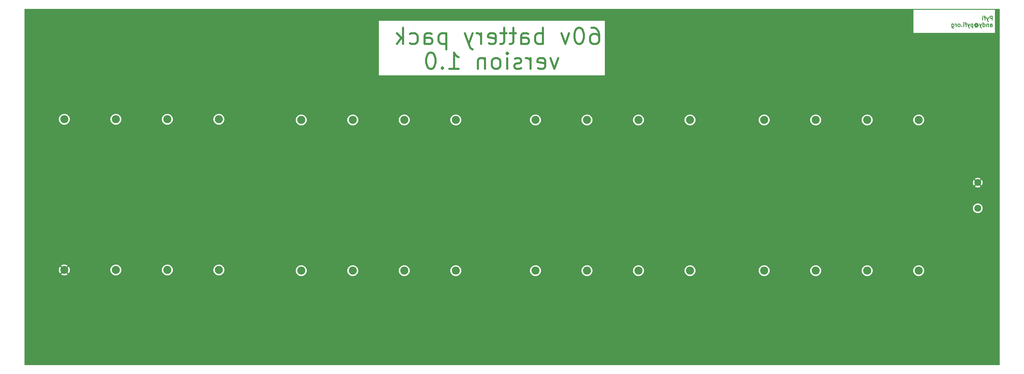
<source format=gbr>
G04 #@! TF.FileFunction,Copper,L2,Bot,Signal*
%FSLAX46Y46*%
G04 Gerber Fmt 4.6, Leading zero omitted, Abs format (unit mm)*
G04 Created by KiCad (PCBNEW 4.0.2-4+6225~38~ubuntu15.10.1-stable) date Thu 31 Mar 2016 04:29:23 PM CDT*
%MOMM*%
G01*
G04 APERTURE LIST*
%ADD10C,0.100000*%
%ADD11C,0.300000*%
%ADD12C,0.800000*%
%ADD13C,3.000000*%
%ADD14C,2.540000*%
%ADD15C,3.810000*%
%ADD16C,0.600000*%
%ADD17C,0.500000*%
%ADD18C,0.254000*%
G04 APERTURE END LIST*
D10*
D11*
X406677857Y-55993571D02*
X406677857Y-54493571D01*
X406106429Y-54493571D01*
X405963571Y-54565000D01*
X405892143Y-54636429D01*
X405820714Y-54779286D01*
X405820714Y-54993571D01*
X405892143Y-55136429D01*
X405963571Y-55207857D01*
X406106429Y-55279286D01*
X406677857Y-55279286D01*
X405320714Y-54993571D02*
X404963571Y-55993571D01*
X404606429Y-54993571D02*
X404963571Y-55993571D01*
X405106429Y-56350714D01*
X405177857Y-56422143D01*
X405320714Y-56493571D01*
X404249286Y-54993571D02*
X403677857Y-54993571D01*
X404035000Y-55993571D02*
X404035000Y-54707857D01*
X403963572Y-54565000D01*
X403820714Y-54493571D01*
X403677857Y-54493571D01*
X403177857Y-55993571D02*
X403177857Y-54993571D01*
X403177857Y-54493571D02*
X403249286Y-54565000D01*
X403177857Y-54636429D01*
X403106429Y-54565000D01*
X403177857Y-54493571D01*
X403177857Y-54636429D01*
X406035000Y-58393571D02*
X406035000Y-57607857D01*
X406106429Y-57465000D01*
X406249286Y-57393571D01*
X406535000Y-57393571D01*
X406677857Y-57465000D01*
X406035000Y-58322143D02*
X406177857Y-58393571D01*
X406535000Y-58393571D01*
X406677857Y-58322143D01*
X406749286Y-58179286D01*
X406749286Y-58036429D01*
X406677857Y-57893571D01*
X406535000Y-57822143D01*
X406177857Y-57822143D01*
X406035000Y-57750714D01*
X405320714Y-57393571D02*
X405320714Y-58393571D01*
X405320714Y-57536429D02*
X405249286Y-57465000D01*
X405106428Y-57393571D01*
X404892143Y-57393571D01*
X404749286Y-57465000D01*
X404677857Y-57607857D01*
X404677857Y-58393571D01*
X403320714Y-58393571D02*
X403320714Y-56893571D01*
X403320714Y-58322143D02*
X403463571Y-58393571D01*
X403749285Y-58393571D01*
X403892143Y-58322143D01*
X403963571Y-58250714D01*
X404035000Y-58107857D01*
X404035000Y-57679286D01*
X403963571Y-57536429D01*
X403892143Y-57465000D01*
X403749285Y-57393571D01*
X403463571Y-57393571D01*
X403320714Y-57465000D01*
X402749285Y-57393571D02*
X402392142Y-58393571D01*
X402035000Y-57393571D02*
X402392142Y-58393571D01*
X402535000Y-58750714D01*
X402606428Y-58822143D01*
X402749285Y-58893571D01*
X400535000Y-57679286D02*
X400606428Y-57607857D01*
X400749285Y-57536429D01*
X400892143Y-57536429D01*
X401035000Y-57607857D01*
X401106428Y-57679286D01*
X401177857Y-57822143D01*
X401177857Y-57965000D01*
X401106428Y-58107857D01*
X401035000Y-58179286D01*
X400892143Y-58250714D01*
X400749285Y-58250714D01*
X400606428Y-58179286D01*
X400535000Y-58107857D01*
X400535000Y-57536429D02*
X400535000Y-58107857D01*
X400463571Y-58179286D01*
X400392143Y-58179286D01*
X400249285Y-58107857D01*
X400177857Y-57965000D01*
X400177857Y-57607857D01*
X400320714Y-57393571D01*
X400535000Y-57250714D01*
X400820714Y-57179286D01*
X401106428Y-57250714D01*
X401320714Y-57393571D01*
X401463571Y-57607857D01*
X401535000Y-57893571D01*
X401463571Y-58179286D01*
X401320714Y-58393571D01*
X401106428Y-58536429D01*
X400820714Y-58607857D01*
X400535000Y-58536429D01*
X400320714Y-58393571D01*
X399535000Y-57393571D02*
X399535000Y-58893571D01*
X399535000Y-57465000D02*
X399392143Y-57393571D01*
X399106429Y-57393571D01*
X398963572Y-57465000D01*
X398892143Y-57536429D01*
X398820714Y-57679286D01*
X398820714Y-58107857D01*
X398892143Y-58250714D01*
X398963572Y-58322143D01*
X399106429Y-58393571D01*
X399392143Y-58393571D01*
X399535000Y-58322143D01*
X398320714Y-57393571D02*
X397963571Y-58393571D01*
X397606429Y-57393571D02*
X397963571Y-58393571D01*
X398106429Y-58750714D01*
X398177857Y-58822143D01*
X398320714Y-58893571D01*
X397249286Y-57393571D02*
X396677857Y-57393571D01*
X397035000Y-58393571D02*
X397035000Y-57107857D01*
X396963572Y-56965000D01*
X396820714Y-56893571D01*
X396677857Y-56893571D01*
X396177857Y-58393571D02*
X396177857Y-57393571D01*
X396177857Y-56893571D02*
X396249286Y-56965000D01*
X396177857Y-57036429D01*
X396106429Y-56965000D01*
X396177857Y-56893571D01*
X396177857Y-57036429D01*
X395463571Y-58250714D02*
X395392143Y-58322143D01*
X395463571Y-58393571D01*
X395535000Y-58322143D01*
X395463571Y-58250714D01*
X395463571Y-58393571D01*
X394534999Y-58393571D02*
X394677857Y-58322143D01*
X394749285Y-58250714D01*
X394820714Y-58107857D01*
X394820714Y-57679286D01*
X394749285Y-57536429D01*
X394677857Y-57465000D01*
X394534999Y-57393571D01*
X394320714Y-57393571D01*
X394177857Y-57465000D01*
X394106428Y-57536429D01*
X394034999Y-57679286D01*
X394034999Y-58107857D01*
X394106428Y-58250714D01*
X394177857Y-58322143D01*
X394320714Y-58393571D01*
X394534999Y-58393571D01*
X393392142Y-58393571D02*
X393392142Y-57393571D01*
X393392142Y-57679286D02*
X393320714Y-57536429D01*
X393249285Y-57465000D01*
X393106428Y-57393571D01*
X392963571Y-57393571D01*
X391820714Y-57393571D02*
X391820714Y-58607857D01*
X391892143Y-58750714D01*
X391963571Y-58822143D01*
X392106428Y-58893571D01*
X392320714Y-58893571D01*
X392463571Y-58822143D01*
X391820714Y-58322143D02*
X391963571Y-58393571D01*
X392249285Y-58393571D01*
X392392143Y-58322143D01*
X392463571Y-58250714D01*
X392535000Y-58107857D01*
X392535000Y-57679286D01*
X392463571Y-57536429D01*
X392392143Y-57465000D01*
X392249285Y-57393571D01*
X391963571Y-57393571D01*
X391820714Y-57465000D01*
D12*
X258472143Y-58789286D02*
X259615000Y-58789286D01*
X260186429Y-59075000D01*
X260472143Y-59360714D01*
X261043572Y-60217857D01*
X261329286Y-61360714D01*
X261329286Y-63646429D01*
X261043572Y-64217857D01*
X260757857Y-64503571D01*
X260186429Y-64789286D01*
X259043572Y-64789286D01*
X258472143Y-64503571D01*
X258186429Y-64217857D01*
X257900714Y-63646429D01*
X257900714Y-62217857D01*
X258186429Y-61646429D01*
X258472143Y-61360714D01*
X259043572Y-61075000D01*
X260186429Y-61075000D01*
X260757857Y-61360714D01*
X261043572Y-61646429D01*
X261329286Y-62217857D01*
X254186428Y-58789286D02*
X253615000Y-58789286D01*
X253043571Y-59075000D01*
X252757857Y-59360714D01*
X252472143Y-59932143D01*
X252186428Y-61075000D01*
X252186428Y-62503571D01*
X252472143Y-63646429D01*
X252757857Y-64217857D01*
X253043571Y-64503571D01*
X253615000Y-64789286D01*
X254186428Y-64789286D01*
X254757857Y-64503571D01*
X255043571Y-64217857D01*
X255329286Y-63646429D01*
X255615000Y-62503571D01*
X255615000Y-61075000D01*
X255329286Y-59932143D01*
X255043571Y-59360714D01*
X254757857Y-59075000D01*
X254186428Y-58789286D01*
X250186428Y-60789286D02*
X248757857Y-64789286D01*
X247329285Y-60789286D01*
X240472142Y-64789286D02*
X240472142Y-58789286D01*
X240472142Y-61075000D02*
X239900713Y-60789286D01*
X238757856Y-60789286D01*
X238186427Y-61075000D01*
X237900713Y-61360714D01*
X237614999Y-61932143D01*
X237614999Y-63646429D01*
X237900713Y-64217857D01*
X238186427Y-64503571D01*
X238757856Y-64789286D01*
X239900713Y-64789286D01*
X240472142Y-64503571D01*
X232472142Y-64789286D02*
X232472142Y-61646429D01*
X232757856Y-61075000D01*
X233329285Y-60789286D01*
X234472142Y-60789286D01*
X235043571Y-61075000D01*
X232472142Y-64503571D02*
X233043571Y-64789286D01*
X234472142Y-64789286D01*
X235043571Y-64503571D01*
X235329285Y-63932143D01*
X235329285Y-63360714D01*
X235043571Y-62789286D01*
X234472142Y-62503571D01*
X233043571Y-62503571D01*
X232472142Y-62217857D01*
X230472142Y-60789286D02*
X228186428Y-60789286D01*
X229615000Y-58789286D02*
X229615000Y-63932143D01*
X229329285Y-64503571D01*
X228757857Y-64789286D01*
X228186428Y-64789286D01*
X227043571Y-60789286D02*
X224757857Y-60789286D01*
X226186429Y-58789286D02*
X226186429Y-63932143D01*
X225900714Y-64503571D01*
X225329286Y-64789286D01*
X224757857Y-64789286D01*
X220472143Y-64503571D02*
X221043572Y-64789286D01*
X222186429Y-64789286D01*
X222757858Y-64503571D01*
X223043572Y-63932143D01*
X223043572Y-61646429D01*
X222757858Y-61075000D01*
X222186429Y-60789286D01*
X221043572Y-60789286D01*
X220472143Y-61075000D01*
X220186429Y-61646429D01*
X220186429Y-62217857D01*
X223043572Y-62789286D01*
X217615001Y-64789286D02*
X217615001Y-60789286D01*
X217615001Y-61932143D02*
X217329286Y-61360714D01*
X217043572Y-61075000D01*
X216472143Y-60789286D01*
X215900715Y-60789286D01*
X214472143Y-60789286D02*
X213043572Y-64789286D01*
X211615000Y-60789286D02*
X213043572Y-64789286D01*
X213615000Y-66217857D01*
X213900715Y-66503571D01*
X214472143Y-66789286D01*
X204757857Y-60789286D02*
X204757857Y-66789286D01*
X204757857Y-61075000D02*
X204186428Y-60789286D01*
X203043571Y-60789286D01*
X202472142Y-61075000D01*
X202186428Y-61360714D01*
X201900714Y-61932143D01*
X201900714Y-63646429D01*
X202186428Y-64217857D01*
X202472142Y-64503571D01*
X203043571Y-64789286D01*
X204186428Y-64789286D01*
X204757857Y-64503571D01*
X196757857Y-64789286D02*
X196757857Y-61646429D01*
X197043571Y-61075000D01*
X197615000Y-60789286D01*
X198757857Y-60789286D01*
X199329286Y-61075000D01*
X196757857Y-64503571D02*
X197329286Y-64789286D01*
X198757857Y-64789286D01*
X199329286Y-64503571D01*
X199615000Y-63932143D01*
X199615000Y-63360714D01*
X199329286Y-62789286D01*
X198757857Y-62503571D01*
X197329286Y-62503571D01*
X196757857Y-62217857D01*
X191329286Y-64503571D02*
X191900715Y-64789286D01*
X193043572Y-64789286D01*
X193615000Y-64503571D01*
X193900715Y-64217857D01*
X194186429Y-63646429D01*
X194186429Y-61932143D01*
X193900715Y-61360714D01*
X193615000Y-61075000D01*
X193043572Y-60789286D01*
X191900715Y-60789286D01*
X191329286Y-61075000D01*
X188757858Y-64789286D02*
X188757858Y-58789286D01*
X188186429Y-62503571D02*
X186472143Y-64789286D01*
X186472143Y-60789286D02*
X188757858Y-63075000D01*
X246186429Y-69989286D02*
X244757858Y-73989286D01*
X243329286Y-69989286D01*
X238757857Y-73703571D02*
X239329286Y-73989286D01*
X240472143Y-73989286D01*
X241043572Y-73703571D01*
X241329286Y-73132143D01*
X241329286Y-70846429D01*
X241043572Y-70275000D01*
X240472143Y-69989286D01*
X239329286Y-69989286D01*
X238757857Y-70275000D01*
X238472143Y-70846429D01*
X238472143Y-71417857D01*
X241329286Y-71989286D01*
X235900715Y-73989286D02*
X235900715Y-69989286D01*
X235900715Y-71132143D02*
X235615000Y-70560714D01*
X235329286Y-70275000D01*
X234757857Y-69989286D01*
X234186429Y-69989286D01*
X232472143Y-73703571D02*
X231900714Y-73989286D01*
X230757857Y-73989286D01*
X230186429Y-73703571D01*
X229900714Y-73132143D01*
X229900714Y-72846429D01*
X230186429Y-72275000D01*
X230757857Y-71989286D01*
X231615000Y-71989286D01*
X232186429Y-71703571D01*
X232472143Y-71132143D01*
X232472143Y-70846429D01*
X232186429Y-70275000D01*
X231615000Y-69989286D01*
X230757857Y-69989286D01*
X230186429Y-70275000D01*
X227329286Y-73989286D02*
X227329286Y-69989286D01*
X227329286Y-67989286D02*
X227615000Y-68275000D01*
X227329286Y-68560714D01*
X227043571Y-68275000D01*
X227329286Y-67989286D01*
X227329286Y-68560714D01*
X223615000Y-73989286D02*
X224186428Y-73703571D01*
X224472143Y-73417857D01*
X224757857Y-72846429D01*
X224757857Y-71132143D01*
X224472143Y-70560714D01*
X224186428Y-70275000D01*
X223615000Y-69989286D01*
X222757857Y-69989286D01*
X222186428Y-70275000D01*
X221900714Y-70560714D01*
X221615000Y-71132143D01*
X221615000Y-72846429D01*
X221900714Y-73417857D01*
X222186428Y-73703571D01*
X222757857Y-73989286D01*
X223615000Y-73989286D01*
X219043572Y-69989286D02*
X219043572Y-73989286D01*
X219043572Y-70560714D02*
X218757857Y-70275000D01*
X218186429Y-69989286D01*
X217329286Y-69989286D01*
X216757857Y-70275000D01*
X216472143Y-70846429D01*
X216472143Y-73989286D01*
X205900714Y-73989286D02*
X209329286Y-73989286D01*
X207615000Y-73989286D02*
X207615000Y-67989286D01*
X208186429Y-68846429D01*
X208757857Y-69417857D01*
X209329286Y-69703571D01*
X203329286Y-73417857D02*
X203043571Y-73703571D01*
X203329286Y-73989286D01*
X203615000Y-73703571D01*
X203329286Y-73417857D01*
X203329286Y-73989286D01*
X199329285Y-67989286D02*
X198757857Y-67989286D01*
X198186428Y-68275000D01*
X197900714Y-68560714D01*
X197615000Y-69132143D01*
X197329285Y-70275000D01*
X197329285Y-71703571D01*
X197615000Y-72846429D01*
X197900714Y-73417857D01*
X198186428Y-73703571D01*
X198757857Y-73989286D01*
X199329285Y-73989286D01*
X199900714Y-73703571D01*
X200186428Y-73417857D01*
X200472143Y-72846429D01*
X200757857Y-71703571D01*
X200757857Y-70275000D01*
X200472143Y-69132143D01*
X200186428Y-68560714D01*
X199900714Y-68275000D01*
X199329285Y-67989286D01*
D13*
X120650000Y-148590000D03*
X101600000Y-148590000D03*
X82550000Y-148590000D03*
X63500000Y-148590000D03*
X63500000Y-92710000D03*
X82550000Y-92710000D03*
X101600000Y-92710000D03*
X120650000Y-92710000D03*
X208280000Y-148844000D03*
X189230000Y-148844000D03*
X170180000Y-148844000D03*
X151130000Y-148844000D03*
X151130000Y-92964000D03*
X170180000Y-92964000D03*
X189230000Y-92964000D03*
X208280000Y-92964000D03*
X379476000Y-148844000D03*
X360426000Y-148844000D03*
X341376000Y-148844000D03*
X322326000Y-148844000D03*
X322326000Y-92964000D03*
X341376000Y-92964000D03*
X360426000Y-92964000D03*
X379476000Y-92964000D03*
X294894000Y-148844000D03*
X275844000Y-148844000D03*
X256794000Y-148844000D03*
X237744000Y-148844000D03*
X237744000Y-92964000D03*
X256794000Y-92964000D03*
X275844000Y-92964000D03*
X294894000Y-92964000D03*
D14*
X401320000Y-116205000D03*
X401320000Y-125730000D03*
D15*
X400030000Y-150541800D03*
X400030000Y-145461800D03*
X400030000Y-141220000D03*
X400030000Y-136140000D03*
D16*
X63600000Y-68100000D03*
X61000000Y-67000000D03*
D17*
X379476000Y-93091000D02*
X379476000Y-92964000D01*
D18*
G36*
X409321000Y-183769000D02*
X48895000Y-183769000D01*
X48895000Y-150103970D01*
X62165635Y-150103970D01*
X62325418Y-150422739D01*
X63116187Y-150732723D01*
X63965387Y-150716497D01*
X64674582Y-150422739D01*
X64834365Y-150103970D01*
X63500000Y-148769605D01*
X62165635Y-150103970D01*
X48895000Y-150103970D01*
X48895000Y-148206187D01*
X61357277Y-148206187D01*
X61373503Y-149055387D01*
X61667261Y-149764582D01*
X61986030Y-149924365D01*
X63320395Y-148590000D01*
X63679605Y-148590000D01*
X65013970Y-149924365D01*
X65332739Y-149764582D01*
X65627434Y-149012815D01*
X80414630Y-149012815D01*
X80738980Y-149797800D01*
X81339041Y-150398909D01*
X82123459Y-150724628D01*
X82972815Y-150725370D01*
X83757800Y-150401020D01*
X84358909Y-149800959D01*
X84684628Y-149016541D01*
X84684631Y-149012815D01*
X99464630Y-149012815D01*
X99788980Y-149797800D01*
X100389041Y-150398909D01*
X101173459Y-150724628D01*
X102022815Y-150725370D01*
X102807800Y-150401020D01*
X103408909Y-149800959D01*
X103734628Y-149016541D01*
X103734631Y-149012815D01*
X118514630Y-149012815D01*
X118838980Y-149797800D01*
X119439041Y-150398909D01*
X120223459Y-150724628D01*
X121072815Y-150725370D01*
X121857800Y-150401020D01*
X122458909Y-149800959D01*
X122680705Y-149266815D01*
X148994630Y-149266815D01*
X149318980Y-150051800D01*
X149919041Y-150652909D01*
X150703459Y-150978628D01*
X151552815Y-150979370D01*
X152337800Y-150655020D01*
X152938909Y-150054959D01*
X153264628Y-149270541D01*
X153264631Y-149266815D01*
X168044630Y-149266815D01*
X168368980Y-150051800D01*
X168969041Y-150652909D01*
X169753459Y-150978628D01*
X170602815Y-150979370D01*
X171387800Y-150655020D01*
X171988909Y-150054959D01*
X172314628Y-149270541D01*
X172314631Y-149266815D01*
X187094630Y-149266815D01*
X187418980Y-150051800D01*
X188019041Y-150652909D01*
X188803459Y-150978628D01*
X189652815Y-150979370D01*
X190437800Y-150655020D01*
X191038909Y-150054959D01*
X191364628Y-149270541D01*
X191364631Y-149266815D01*
X206144630Y-149266815D01*
X206468980Y-150051800D01*
X207069041Y-150652909D01*
X207853459Y-150978628D01*
X208702815Y-150979370D01*
X209487800Y-150655020D01*
X210088909Y-150054959D01*
X210414628Y-149270541D01*
X210414631Y-149266815D01*
X235608630Y-149266815D01*
X235932980Y-150051800D01*
X236533041Y-150652909D01*
X237317459Y-150978628D01*
X238166815Y-150979370D01*
X238951800Y-150655020D01*
X239552909Y-150054959D01*
X239878628Y-149270541D01*
X239878631Y-149266815D01*
X254658630Y-149266815D01*
X254982980Y-150051800D01*
X255583041Y-150652909D01*
X256367459Y-150978628D01*
X257216815Y-150979370D01*
X258001800Y-150655020D01*
X258602909Y-150054959D01*
X258928628Y-149270541D01*
X258928631Y-149266815D01*
X273708630Y-149266815D01*
X274032980Y-150051800D01*
X274633041Y-150652909D01*
X275417459Y-150978628D01*
X276266815Y-150979370D01*
X277051800Y-150655020D01*
X277652909Y-150054959D01*
X277978628Y-149270541D01*
X277978631Y-149266815D01*
X292758630Y-149266815D01*
X293082980Y-150051800D01*
X293683041Y-150652909D01*
X294467459Y-150978628D01*
X295316815Y-150979370D01*
X296101800Y-150655020D01*
X296702909Y-150054959D01*
X297028628Y-149270541D01*
X297028631Y-149266815D01*
X320190630Y-149266815D01*
X320514980Y-150051800D01*
X321115041Y-150652909D01*
X321899459Y-150978628D01*
X322748815Y-150979370D01*
X323533800Y-150655020D01*
X324134909Y-150054959D01*
X324460628Y-149270541D01*
X324460631Y-149266815D01*
X339240630Y-149266815D01*
X339564980Y-150051800D01*
X340165041Y-150652909D01*
X340949459Y-150978628D01*
X341798815Y-150979370D01*
X342583800Y-150655020D01*
X343184909Y-150054959D01*
X343510628Y-149270541D01*
X343510631Y-149266815D01*
X358290630Y-149266815D01*
X358614980Y-150051800D01*
X359215041Y-150652909D01*
X359999459Y-150978628D01*
X360848815Y-150979370D01*
X361633800Y-150655020D01*
X362234909Y-150054959D01*
X362560628Y-149270541D01*
X362560631Y-149266815D01*
X377340630Y-149266815D01*
X377664980Y-150051800D01*
X378265041Y-150652909D01*
X379049459Y-150978628D01*
X379898815Y-150979370D01*
X380683800Y-150655020D01*
X381284909Y-150054959D01*
X381610628Y-149270541D01*
X381611370Y-148421185D01*
X381287020Y-147636200D01*
X380686959Y-147035091D01*
X379902541Y-146709372D01*
X379053185Y-146708630D01*
X378268200Y-147032980D01*
X377667091Y-147633041D01*
X377341372Y-148417459D01*
X377340630Y-149266815D01*
X362560631Y-149266815D01*
X362561370Y-148421185D01*
X362237020Y-147636200D01*
X361636959Y-147035091D01*
X360852541Y-146709372D01*
X360003185Y-146708630D01*
X359218200Y-147032980D01*
X358617091Y-147633041D01*
X358291372Y-148417459D01*
X358290630Y-149266815D01*
X343510631Y-149266815D01*
X343511370Y-148421185D01*
X343187020Y-147636200D01*
X342586959Y-147035091D01*
X341802541Y-146709372D01*
X340953185Y-146708630D01*
X340168200Y-147032980D01*
X339567091Y-147633041D01*
X339241372Y-148417459D01*
X339240630Y-149266815D01*
X324460631Y-149266815D01*
X324461370Y-148421185D01*
X324137020Y-147636200D01*
X323536959Y-147035091D01*
X322752541Y-146709372D01*
X321903185Y-146708630D01*
X321118200Y-147032980D01*
X320517091Y-147633041D01*
X320191372Y-148417459D01*
X320190630Y-149266815D01*
X297028631Y-149266815D01*
X297029370Y-148421185D01*
X296705020Y-147636200D01*
X296104959Y-147035091D01*
X295320541Y-146709372D01*
X294471185Y-146708630D01*
X293686200Y-147032980D01*
X293085091Y-147633041D01*
X292759372Y-148417459D01*
X292758630Y-149266815D01*
X277978631Y-149266815D01*
X277979370Y-148421185D01*
X277655020Y-147636200D01*
X277054959Y-147035091D01*
X276270541Y-146709372D01*
X275421185Y-146708630D01*
X274636200Y-147032980D01*
X274035091Y-147633041D01*
X273709372Y-148417459D01*
X273708630Y-149266815D01*
X258928631Y-149266815D01*
X258929370Y-148421185D01*
X258605020Y-147636200D01*
X258004959Y-147035091D01*
X257220541Y-146709372D01*
X256371185Y-146708630D01*
X255586200Y-147032980D01*
X254985091Y-147633041D01*
X254659372Y-148417459D01*
X254658630Y-149266815D01*
X239878631Y-149266815D01*
X239879370Y-148421185D01*
X239555020Y-147636200D01*
X238954959Y-147035091D01*
X238170541Y-146709372D01*
X237321185Y-146708630D01*
X236536200Y-147032980D01*
X235935091Y-147633041D01*
X235609372Y-148417459D01*
X235608630Y-149266815D01*
X210414631Y-149266815D01*
X210415370Y-148421185D01*
X210091020Y-147636200D01*
X209490959Y-147035091D01*
X208706541Y-146709372D01*
X207857185Y-146708630D01*
X207072200Y-147032980D01*
X206471091Y-147633041D01*
X206145372Y-148417459D01*
X206144630Y-149266815D01*
X191364631Y-149266815D01*
X191365370Y-148421185D01*
X191041020Y-147636200D01*
X190440959Y-147035091D01*
X189656541Y-146709372D01*
X188807185Y-146708630D01*
X188022200Y-147032980D01*
X187421091Y-147633041D01*
X187095372Y-148417459D01*
X187094630Y-149266815D01*
X172314631Y-149266815D01*
X172315370Y-148421185D01*
X171991020Y-147636200D01*
X171390959Y-147035091D01*
X170606541Y-146709372D01*
X169757185Y-146708630D01*
X168972200Y-147032980D01*
X168371091Y-147633041D01*
X168045372Y-148417459D01*
X168044630Y-149266815D01*
X153264631Y-149266815D01*
X153265370Y-148421185D01*
X152941020Y-147636200D01*
X152340959Y-147035091D01*
X151556541Y-146709372D01*
X150707185Y-146708630D01*
X149922200Y-147032980D01*
X149321091Y-147633041D01*
X148995372Y-148417459D01*
X148994630Y-149266815D01*
X122680705Y-149266815D01*
X122784628Y-149016541D01*
X122785370Y-148167185D01*
X122461020Y-147382200D01*
X121860959Y-146781091D01*
X121076541Y-146455372D01*
X120227185Y-146454630D01*
X119442200Y-146778980D01*
X118841091Y-147379041D01*
X118515372Y-148163459D01*
X118514630Y-149012815D01*
X103734631Y-149012815D01*
X103735370Y-148167185D01*
X103411020Y-147382200D01*
X102810959Y-146781091D01*
X102026541Y-146455372D01*
X101177185Y-146454630D01*
X100392200Y-146778980D01*
X99791091Y-147379041D01*
X99465372Y-148163459D01*
X99464630Y-149012815D01*
X84684631Y-149012815D01*
X84685370Y-148167185D01*
X84361020Y-147382200D01*
X83760959Y-146781091D01*
X82976541Y-146455372D01*
X82127185Y-146454630D01*
X81342200Y-146778980D01*
X80741091Y-147379041D01*
X80415372Y-148163459D01*
X80414630Y-149012815D01*
X65627434Y-149012815D01*
X65642723Y-148973813D01*
X65626497Y-148124613D01*
X65332739Y-147415418D01*
X65013970Y-147255635D01*
X63679605Y-148590000D01*
X63320395Y-148590000D01*
X61986030Y-147255635D01*
X61667261Y-147415418D01*
X61357277Y-148206187D01*
X48895000Y-148206187D01*
X48895000Y-147076030D01*
X62165635Y-147076030D01*
X63500000Y-148410395D01*
X64834365Y-147076030D01*
X64674582Y-146757261D01*
X63883813Y-146447277D01*
X63034613Y-146463503D01*
X62325418Y-146757261D01*
X62165635Y-147076030D01*
X48895000Y-147076030D01*
X48895000Y-126107265D01*
X399414670Y-126107265D01*
X399704078Y-126807686D01*
X400239495Y-127344039D01*
X400939410Y-127634668D01*
X401697265Y-127635330D01*
X402397686Y-127345922D01*
X402934039Y-126810505D01*
X403224668Y-126110590D01*
X403225330Y-125352735D01*
X402935922Y-124652314D01*
X402400505Y-124115961D01*
X401700590Y-123825332D01*
X400942735Y-123824670D01*
X400242314Y-124114078D01*
X399705961Y-124649495D01*
X399415332Y-125349410D01*
X399414670Y-126107265D01*
X48895000Y-126107265D01*
X48895000Y-117552777D01*
X400151828Y-117552777D01*
X400283520Y-117847657D01*
X400991036Y-118119261D01*
X401748632Y-118099436D01*
X402356480Y-117847657D01*
X402488172Y-117552777D01*
X401320000Y-116384605D01*
X400151828Y-117552777D01*
X48895000Y-117552777D01*
X48895000Y-115876036D01*
X399405739Y-115876036D01*
X399425564Y-116633632D01*
X399677343Y-117241480D01*
X399972223Y-117373172D01*
X401140395Y-116205000D01*
X401499605Y-116205000D01*
X402667777Y-117373172D01*
X402962657Y-117241480D01*
X403234261Y-116533964D01*
X403214436Y-115776368D01*
X402962657Y-115168520D01*
X402667777Y-115036828D01*
X401499605Y-116205000D01*
X401140395Y-116205000D01*
X399972223Y-115036828D01*
X399677343Y-115168520D01*
X399405739Y-115876036D01*
X48895000Y-115876036D01*
X48895000Y-114857223D01*
X400151828Y-114857223D01*
X401320000Y-116025395D01*
X402488172Y-114857223D01*
X402356480Y-114562343D01*
X401648964Y-114290739D01*
X400891368Y-114310564D01*
X400283520Y-114562343D01*
X400151828Y-114857223D01*
X48895000Y-114857223D01*
X48895000Y-93132815D01*
X61364630Y-93132815D01*
X61688980Y-93917800D01*
X62289041Y-94518909D01*
X63073459Y-94844628D01*
X63922815Y-94845370D01*
X64707800Y-94521020D01*
X65308909Y-93920959D01*
X65634628Y-93136541D01*
X65634631Y-93132815D01*
X80414630Y-93132815D01*
X80738980Y-93917800D01*
X81339041Y-94518909D01*
X82123459Y-94844628D01*
X82972815Y-94845370D01*
X83757800Y-94521020D01*
X84358909Y-93920959D01*
X84684628Y-93136541D01*
X84684631Y-93132815D01*
X99464630Y-93132815D01*
X99788980Y-93917800D01*
X100389041Y-94518909D01*
X101173459Y-94844628D01*
X102022815Y-94845370D01*
X102807800Y-94521020D01*
X103408909Y-93920959D01*
X103734628Y-93136541D01*
X103734631Y-93132815D01*
X118514630Y-93132815D01*
X118838980Y-93917800D01*
X119439041Y-94518909D01*
X120223459Y-94844628D01*
X121072815Y-94845370D01*
X121857800Y-94521020D01*
X122458909Y-93920959D01*
X122680705Y-93386815D01*
X148994630Y-93386815D01*
X149318980Y-94171800D01*
X149919041Y-94772909D01*
X150703459Y-95098628D01*
X151552815Y-95099370D01*
X152337800Y-94775020D01*
X152938909Y-94174959D01*
X153264628Y-93390541D01*
X153264631Y-93386815D01*
X168044630Y-93386815D01*
X168368980Y-94171800D01*
X168969041Y-94772909D01*
X169753459Y-95098628D01*
X170602815Y-95099370D01*
X171387800Y-94775020D01*
X171988909Y-94174959D01*
X172314628Y-93390541D01*
X172314631Y-93386815D01*
X187094630Y-93386815D01*
X187418980Y-94171800D01*
X188019041Y-94772909D01*
X188803459Y-95098628D01*
X189652815Y-95099370D01*
X190437800Y-94775020D01*
X191038909Y-94174959D01*
X191364628Y-93390541D01*
X191364631Y-93386815D01*
X206144630Y-93386815D01*
X206468980Y-94171800D01*
X207069041Y-94772909D01*
X207853459Y-95098628D01*
X208702815Y-95099370D01*
X209487800Y-94775020D01*
X210088909Y-94174959D01*
X210414628Y-93390541D01*
X210414631Y-93386815D01*
X235608630Y-93386815D01*
X235932980Y-94171800D01*
X236533041Y-94772909D01*
X237317459Y-95098628D01*
X238166815Y-95099370D01*
X238951800Y-94775020D01*
X239552909Y-94174959D01*
X239878628Y-93390541D01*
X239878631Y-93386815D01*
X254658630Y-93386815D01*
X254982980Y-94171800D01*
X255583041Y-94772909D01*
X256367459Y-95098628D01*
X257216815Y-95099370D01*
X258001800Y-94775020D01*
X258602909Y-94174959D01*
X258928628Y-93390541D01*
X258928631Y-93386815D01*
X273708630Y-93386815D01*
X274032980Y-94171800D01*
X274633041Y-94772909D01*
X275417459Y-95098628D01*
X276266815Y-95099370D01*
X277051800Y-94775020D01*
X277652909Y-94174959D01*
X277978628Y-93390541D01*
X277978631Y-93386815D01*
X292758630Y-93386815D01*
X293082980Y-94171800D01*
X293683041Y-94772909D01*
X294467459Y-95098628D01*
X295316815Y-95099370D01*
X296101800Y-94775020D01*
X296702909Y-94174959D01*
X297028628Y-93390541D01*
X297028631Y-93386815D01*
X320190630Y-93386815D01*
X320514980Y-94171800D01*
X321115041Y-94772909D01*
X321899459Y-95098628D01*
X322748815Y-95099370D01*
X323533800Y-94775020D01*
X324134909Y-94174959D01*
X324460628Y-93390541D01*
X324460631Y-93386815D01*
X339240630Y-93386815D01*
X339564980Y-94171800D01*
X340165041Y-94772909D01*
X340949459Y-95098628D01*
X341798815Y-95099370D01*
X342583800Y-94775020D01*
X343184909Y-94174959D01*
X343510628Y-93390541D01*
X343510631Y-93386815D01*
X358290630Y-93386815D01*
X358614980Y-94171800D01*
X359215041Y-94772909D01*
X359999459Y-95098628D01*
X360848815Y-95099370D01*
X361633800Y-94775020D01*
X362234909Y-94174959D01*
X362560628Y-93390541D01*
X362560631Y-93386815D01*
X377340630Y-93386815D01*
X377664980Y-94171800D01*
X378265041Y-94772909D01*
X379049459Y-95098628D01*
X379898815Y-95099370D01*
X380683800Y-94775020D01*
X381284909Y-94174959D01*
X381610628Y-93390541D01*
X381611370Y-92541185D01*
X381287020Y-91756200D01*
X380686959Y-91155091D01*
X379902541Y-90829372D01*
X379053185Y-90828630D01*
X378268200Y-91152980D01*
X377667091Y-91753041D01*
X377341372Y-92537459D01*
X377340630Y-93386815D01*
X362560631Y-93386815D01*
X362561370Y-92541185D01*
X362237020Y-91756200D01*
X361636959Y-91155091D01*
X360852541Y-90829372D01*
X360003185Y-90828630D01*
X359218200Y-91152980D01*
X358617091Y-91753041D01*
X358291372Y-92537459D01*
X358290630Y-93386815D01*
X343510631Y-93386815D01*
X343511370Y-92541185D01*
X343187020Y-91756200D01*
X342586959Y-91155091D01*
X341802541Y-90829372D01*
X340953185Y-90828630D01*
X340168200Y-91152980D01*
X339567091Y-91753041D01*
X339241372Y-92537459D01*
X339240630Y-93386815D01*
X324460631Y-93386815D01*
X324461370Y-92541185D01*
X324137020Y-91756200D01*
X323536959Y-91155091D01*
X322752541Y-90829372D01*
X321903185Y-90828630D01*
X321118200Y-91152980D01*
X320517091Y-91753041D01*
X320191372Y-92537459D01*
X320190630Y-93386815D01*
X297028631Y-93386815D01*
X297029370Y-92541185D01*
X296705020Y-91756200D01*
X296104959Y-91155091D01*
X295320541Y-90829372D01*
X294471185Y-90828630D01*
X293686200Y-91152980D01*
X293085091Y-91753041D01*
X292759372Y-92537459D01*
X292758630Y-93386815D01*
X277978631Y-93386815D01*
X277979370Y-92541185D01*
X277655020Y-91756200D01*
X277054959Y-91155091D01*
X276270541Y-90829372D01*
X275421185Y-90828630D01*
X274636200Y-91152980D01*
X274035091Y-91753041D01*
X273709372Y-92537459D01*
X273708630Y-93386815D01*
X258928631Y-93386815D01*
X258929370Y-92541185D01*
X258605020Y-91756200D01*
X258004959Y-91155091D01*
X257220541Y-90829372D01*
X256371185Y-90828630D01*
X255586200Y-91152980D01*
X254985091Y-91753041D01*
X254659372Y-92537459D01*
X254658630Y-93386815D01*
X239878631Y-93386815D01*
X239879370Y-92541185D01*
X239555020Y-91756200D01*
X238954959Y-91155091D01*
X238170541Y-90829372D01*
X237321185Y-90828630D01*
X236536200Y-91152980D01*
X235935091Y-91753041D01*
X235609372Y-92537459D01*
X235608630Y-93386815D01*
X210414631Y-93386815D01*
X210415370Y-92541185D01*
X210091020Y-91756200D01*
X209490959Y-91155091D01*
X208706541Y-90829372D01*
X207857185Y-90828630D01*
X207072200Y-91152980D01*
X206471091Y-91753041D01*
X206145372Y-92537459D01*
X206144630Y-93386815D01*
X191364631Y-93386815D01*
X191365370Y-92541185D01*
X191041020Y-91756200D01*
X190440959Y-91155091D01*
X189656541Y-90829372D01*
X188807185Y-90828630D01*
X188022200Y-91152980D01*
X187421091Y-91753041D01*
X187095372Y-92537459D01*
X187094630Y-93386815D01*
X172314631Y-93386815D01*
X172315370Y-92541185D01*
X171991020Y-91756200D01*
X171390959Y-91155091D01*
X170606541Y-90829372D01*
X169757185Y-90828630D01*
X168972200Y-91152980D01*
X168371091Y-91753041D01*
X168045372Y-92537459D01*
X168044630Y-93386815D01*
X153264631Y-93386815D01*
X153265370Y-92541185D01*
X152941020Y-91756200D01*
X152340959Y-91155091D01*
X151556541Y-90829372D01*
X150707185Y-90828630D01*
X149922200Y-91152980D01*
X149321091Y-91753041D01*
X148995372Y-92537459D01*
X148994630Y-93386815D01*
X122680705Y-93386815D01*
X122784628Y-93136541D01*
X122785370Y-92287185D01*
X122461020Y-91502200D01*
X121860959Y-90901091D01*
X121076541Y-90575372D01*
X120227185Y-90574630D01*
X119442200Y-90898980D01*
X118841091Y-91499041D01*
X118515372Y-92283459D01*
X118514630Y-93132815D01*
X103734631Y-93132815D01*
X103735370Y-92287185D01*
X103411020Y-91502200D01*
X102810959Y-90901091D01*
X102026541Y-90575372D01*
X101177185Y-90574630D01*
X100392200Y-90898980D01*
X99791091Y-91499041D01*
X99465372Y-92283459D01*
X99464630Y-93132815D01*
X84684631Y-93132815D01*
X84685370Y-92287185D01*
X84361020Y-91502200D01*
X83760959Y-90901091D01*
X82976541Y-90575372D01*
X82127185Y-90574630D01*
X81342200Y-90898980D01*
X80741091Y-91499041D01*
X80415372Y-92283459D01*
X80414630Y-93132815D01*
X65634631Y-93132815D01*
X65635370Y-92287185D01*
X65311020Y-91502200D01*
X64710959Y-90901091D01*
X63926541Y-90575372D01*
X63077185Y-90574630D01*
X62292200Y-90898980D01*
X61691091Y-91499041D01*
X61365372Y-92283459D01*
X61364630Y-93132815D01*
X48895000Y-93132815D01*
X48895000Y-56040000D01*
X179722857Y-56040000D01*
X179722857Y-76510000D01*
X263507143Y-76510000D01*
X263507143Y-56040000D01*
X179722857Y-56040000D01*
X48895000Y-56040000D01*
X48895000Y-51980000D01*
X377392855Y-51980000D01*
X377392855Y-60750000D01*
X407820000Y-60750000D01*
X407820000Y-51980000D01*
X377392855Y-51980000D01*
X48895000Y-51980000D01*
X48895000Y-51943000D01*
X409321000Y-51943000D01*
X409321000Y-183769000D01*
X409321000Y-183769000D01*
G37*
X409321000Y-183769000D02*
X48895000Y-183769000D01*
X48895000Y-150103970D01*
X62165635Y-150103970D01*
X62325418Y-150422739D01*
X63116187Y-150732723D01*
X63965387Y-150716497D01*
X64674582Y-150422739D01*
X64834365Y-150103970D01*
X63500000Y-148769605D01*
X62165635Y-150103970D01*
X48895000Y-150103970D01*
X48895000Y-148206187D01*
X61357277Y-148206187D01*
X61373503Y-149055387D01*
X61667261Y-149764582D01*
X61986030Y-149924365D01*
X63320395Y-148590000D01*
X63679605Y-148590000D01*
X65013970Y-149924365D01*
X65332739Y-149764582D01*
X65627434Y-149012815D01*
X80414630Y-149012815D01*
X80738980Y-149797800D01*
X81339041Y-150398909D01*
X82123459Y-150724628D01*
X82972815Y-150725370D01*
X83757800Y-150401020D01*
X84358909Y-149800959D01*
X84684628Y-149016541D01*
X84684631Y-149012815D01*
X99464630Y-149012815D01*
X99788980Y-149797800D01*
X100389041Y-150398909D01*
X101173459Y-150724628D01*
X102022815Y-150725370D01*
X102807800Y-150401020D01*
X103408909Y-149800959D01*
X103734628Y-149016541D01*
X103734631Y-149012815D01*
X118514630Y-149012815D01*
X118838980Y-149797800D01*
X119439041Y-150398909D01*
X120223459Y-150724628D01*
X121072815Y-150725370D01*
X121857800Y-150401020D01*
X122458909Y-149800959D01*
X122680705Y-149266815D01*
X148994630Y-149266815D01*
X149318980Y-150051800D01*
X149919041Y-150652909D01*
X150703459Y-150978628D01*
X151552815Y-150979370D01*
X152337800Y-150655020D01*
X152938909Y-150054959D01*
X153264628Y-149270541D01*
X153264631Y-149266815D01*
X168044630Y-149266815D01*
X168368980Y-150051800D01*
X168969041Y-150652909D01*
X169753459Y-150978628D01*
X170602815Y-150979370D01*
X171387800Y-150655020D01*
X171988909Y-150054959D01*
X172314628Y-149270541D01*
X172314631Y-149266815D01*
X187094630Y-149266815D01*
X187418980Y-150051800D01*
X188019041Y-150652909D01*
X188803459Y-150978628D01*
X189652815Y-150979370D01*
X190437800Y-150655020D01*
X191038909Y-150054959D01*
X191364628Y-149270541D01*
X191364631Y-149266815D01*
X206144630Y-149266815D01*
X206468980Y-150051800D01*
X207069041Y-150652909D01*
X207853459Y-150978628D01*
X208702815Y-150979370D01*
X209487800Y-150655020D01*
X210088909Y-150054959D01*
X210414628Y-149270541D01*
X210414631Y-149266815D01*
X235608630Y-149266815D01*
X235932980Y-150051800D01*
X236533041Y-150652909D01*
X237317459Y-150978628D01*
X238166815Y-150979370D01*
X238951800Y-150655020D01*
X239552909Y-150054959D01*
X239878628Y-149270541D01*
X239878631Y-149266815D01*
X254658630Y-149266815D01*
X254982980Y-150051800D01*
X255583041Y-150652909D01*
X256367459Y-150978628D01*
X257216815Y-150979370D01*
X258001800Y-150655020D01*
X258602909Y-150054959D01*
X258928628Y-149270541D01*
X258928631Y-149266815D01*
X273708630Y-149266815D01*
X274032980Y-150051800D01*
X274633041Y-150652909D01*
X275417459Y-150978628D01*
X276266815Y-150979370D01*
X277051800Y-150655020D01*
X277652909Y-150054959D01*
X277978628Y-149270541D01*
X277978631Y-149266815D01*
X292758630Y-149266815D01*
X293082980Y-150051800D01*
X293683041Y-150652909D01*
X294467459Y-150978628D01*
X295316815Y-150979370D01*
X296101800Y-150655020D01*
X296702909Y-150054959D01*
X297028628Y-149270541D01*
X297028631Y-149266815D01*
X320190630Y-149266815D01*
X320514980Y-150051800D01*
X321115041Y-150652909D01*
X321899459Y-150978628D01*
X322748815Y-150979370D01*
X323533800Y-150655020D01*
X324134909Y-150054959D01*
X324460628Y-149270541D01*
X324460631Y-149266815D01*
X339240630Y-149266815D01*
X339564980Y-150051800D01*
X340165041Y-150652909D01*
X340949459Y-150978628D01*
X341798815Y-150979370D01*
X342583800Y-150655020D01*
X343184909Y-150054959D01*
X343510628Y-149270541D01*
X343510631Y-149266815D01*
X358290630Y-149266815D01*
X358614980Y-150051800D01*
X359215041Y-150652909D01*
X359999459Y-150978628D01*
X360848815Y-150979370D01*
X361633800Y-150655020D01*
X362234909Y-150054959D01*
X362560628Y-149270541D01*
X362560631Y-149266815D01*
X377340630Y-149266815D01*
X377664980Y-150051800D01*
X378265041Y-150652909D01*
X379049459Y-150978628D01*
X379898815Y-150979370D01*
X380683800Y-150655020D01*
X381284909Y-150054959D01*
X381610628Y-149270541D01*
X381611370Y-148421185D01*
X381287020Y-147636200D01*
X380686959Y-147035091D01*
X379902541Y-146709372D01*
X379053185Y-146708630D01*
X378268200Y-147032980D01*
X377667091Y-147633041D01*
X377341372Y-148417459D01*
X377340630Y-149266815D01*
X362560631Y-149266815D01*
X362561370Y-148421185D01*
X362237020Y-147636200D01*
X361636959Y-147035091D01*
X360852541Y-146709372D01*
X360003185Y-146708630D01*
X359218200Y-147032980D01*
X358617091Y-147633041D01*
X358291372Y-148417459D01*
X358290630Y-149266815D01*
X343510631Y-149266815D01*
X343511370Y-148421185D01*
X343187020Y-147636200D01*
X342586959Y-147035091D01*
X341802541Y-146709372D01*
X340953185Y-146708630D01*
X340168200Y-147032980D01*
X339567091Y-147633041D01*
X339241372Y-148417459D01*
X339240630Y-149266815D01*
X324460631Y-149266815D01*
X324461370Y-148421185D01*
X324137020Y-147636200D01*
X323536959Y-147035091D01*
X322752541Y-146709372D01*
X321903185Y-146708630D01*
X321118200Y-147032980D01*
X320517091Y-147633041D01*
X320191372Y-148417459D01*
X320190630Y-149266815D01*
X297028631Y-149266815D01*
X297029370Y-148421185D01*
X296705020Y-147636200D01*
X296104959Y-147035091D01*
X295320541Y-146709372D01*
X294471185Y-146708630D01*
X293686200Y-147032980D01*
X293085091Y-147633041D01*
X292759372Y-148417459D01*
X292758630Y-149266815D01*
X277978631Y-149266815D01*
X277979370Y-148421185D01*
X277655020Y-147636200D01*
X277054959Y-147035091D01*
X276270541Y-146709372D01*
X275421185Y-146708630D01*
X274636200Y-147032980D01*
X274035091Y-147633041D01*
X273709372Y-148417459D01*
X273708630Y-149266815D01*
X258928631Y-149266815D01*
X258929370Y-148421185D01*
X258605020Y-147636200D01*
X258004959Y-147035091D01*
X257220541Y-146709372D01*
X256371185Y-146708630D01*
X255586200Y-147032980D01*
X254985091Y-147633041D01*
X254659372Y-148417459D01*
X254658630Y-149266815D01*
X239878631Y-149266815D01*
X239879370Y-148421185D01*
X239555020Y-147636200D01*
X238954959Y-147035091D01*
X238170541Y-146709372D01*
X237321185Y-146708630D01*
X236536200Y-147032980D01*
X235935091Y-147633041D01*
X235609372Y-148417459D01*
X235608630Y-149266815D01*
X210414631Y-149266815D01*
X210415370Y-148421185D01*
X210091020Y-147636200D01*
X209490959Y-147035091D01*
X208706541Y-146709372D01*
X207857185Y-146708630D01*
X207072200Y-147032980D01*
X206471091Y-147633041D01*
X206145372Y-148417459D01*
X206144630Y-149266815D01*
X191364631Y-149266815D01*
X191365370Y-148421185D01*
X191041020Y-147636200D01*
X190440959Y-147035091D01*
X189656541Y-146709372D01*
X188807185Y-146708630D01*
X188022200Y-147032980D01*
X187421091Y-147633041D01*
X187095372Y-148417459D01*
X187094630Y-149266815D01*
X172314631Y-149266815D01*
X172315370Y-148421185D01*
X171991020Y-147636200D01*
X171390959Y-147035091D01*
X170606541Y-146709372D01*
X169757185Y-146708630D01*
X168972200Y-147032980D01*
X168371091Y-147633041D01*
X168045372Y-148417459D01*
X168044630Y-149266815D01*
X153264631Y-149266815D01*
X153265370Y-148421185D01*
X152941020Y-147636200D01*
X152340959Y-147035091D01*
X151556541Y-146709372D01*
X150707185Y-146708630D01*
X149922200Y-147032980D01*
X149321091Y-147633041D01*
X148995372Y-148417459D01*
X148994630Y-149266815D01*
X122680705Y-149266815D01*
X122784628Y-149016541D01*
X122785370Y-148167185D01*
X122461020Y-147382200D01*
X121860959Y-146781091D01*
X121076541Y-146455372D01*
X120227185Y-146454630D01*
X119442200Y-146778980D01*
X118841091Y-147379041D01*
X118515372Y-148163459D01*
X118514630Y-149012815D01*
X103734631Y-149012815D01*
X103735370Y-148167185D01*
X103411020Y-147382200D01*
X102810959Y-146781091D01*
X102026541Y-146455372D01*
X101177185Y-146454630D01*
X100392200Y-146778980D01*
X99791091Y-147379041D01*
X99465372Y-148163459D01*
X99464630Y-149012815D01*
X84684631Y-149012815D01*
X84685370Y-148167185D01*
X84361020Y-147382200D01*
X83760959Y-146781091D01*
X82976541Y-146455372D01*
X82127185Y-146454630D01*
X81342200Y-146778980D01*
X80741091Y-147379041D01*
X80415372Y-148163459D01*
X80414630Y-149012815D01*
X65627434Y-149012815D01*
X65642723Y-148973813D01*
X65626497Y-148124613D01*
X65332739Y-147415418D01*
X65013970Y-147255635D01*
X63679605Y-148590000D01*
X63320395Y-148590000D01*
X61986030Y-147255635D01*
X61667261Y-147415418D01*
X61357277Y-148206187D01*
X48895000Y-148206187D01*
X48895000Y-147076030D01*
X62165635Y-147076030D01*
X63500000Y-148410395D01*
X64834365Y-147076030D01*
X64674582Y-146757261D01*
X63883813Y-146447277D01*
X63034613Y-146463503D01*
X62325418Y-146757261D01*
X62165635Y-147076030D01*
X48895000Y-147076030D01*
X48895000Y-126107265D01*
X399414670Y-126107265D01*
X399704078Y-126807686D01*
X400239495Y-127344039D01*
X400939410Y-127634668D01*
X401697265Y-127635330D01*
X402397686Y-127345922D01*
X402934039Y-126810505D01*
X403224668Y-126110590D01*
X403225330Y-125352735D01*
X402935922Y-124652314D01*
X402400505Y-124115961D01*
X401700590Y-123825332D01*
X400942735Y-123824670D01*
X400242314Y-124114078D01*
X399705961Y-124649495D01*
X399415332Y-125349410D01*
X399414670Y-126107265D01*
X48895000Y-126107265D01*
X48895000Y-117552777D01*
X400151828Y-117552777D01*
X400283520Y-117847657D01*
X400991036Y-118119261D01*
X401748632Y-118099436D01*
X402356480Y-117847657D01*
X402488172Y-117552777D01*
X401320000Y-116384605D01*
X400151828Y-117552777D01*
X48895000Y-117552777D01*
X48895000Y-115876036D01*
X399405739Y-115876036D01*
X399425564Y-116633632D01*
X399677343Y-117241480D01*
X399972223Y-117373172D01*
X401140395Y-116205000D01*
X401499605Y-116205000D01*
X402667777Y-117373172D01*
X402962657Y-117241480D01*
X403234261Y-116533964D01*
X403214436Y-115776368D01*
X402962657Y-115168520D01*
X402667777Y-115036828D01*
X401499605Y-116205000D01*
X401140395Y-116205000D01*
X399972223Y-115036828D01*
X399677343Y-115168520D01*
X399405739Y-115876036D01*
X48895000Y-115876036D01*
X48895000Y-114857223D01*
X400151828Y-114857223D01*
X401320000Y-116025395D01*
X402488172Y-114857223D01*
X402356480Y-114562343D01*
X401648964Y-114290739D01*
X400891368Y-114310564D01*
X400283520Y-114562343D01*
X400151828Y-114857223D01*
X48895000Y-114857223D01*
X48895000Y-93132815D01*
X61364630Y-93132815D01*
X61688980Y-93917800D01*
X62289041Y-94518909D01*
X63073459Y-94844628D01*
X63922815Y-94845370D01*
X64707800Y-94521020D01*
X65308909Y-93920959D01*
X65634628Y-93136541D01*
X65634631Y-93132815D01*
X80414630Y-93132815D01*
X80738980Y-93917800D01*
X81339041Y-94518909D01*
X82123459Y-94844628D01*
X82972815Y-94845370D01*
X83757800Y-94521020D01*
X84358909Y-93920959D01*
X84684628Y-93136541D01*
X84684631Y-93132815D01*
X99464630Y-93132815D01*
X99788980Y-93917800D01*
X100389041Y-94518909D01*
X101173459Y-94844628D01*
X102022815Y-94845370D01*
X102807800Y-94521020D01*
X103408909Y-93920959D01*
X103734628Y-93136541D01*
X103734631Y-93132815D01*
X118514630Y-93132815D01*
X118838980Y-93917800D01*
X119439041Y-94518909D01*
X120223459Y-94844628D01*
X121072815Y-94845370D01*
X121857800Y-94521020D01*
X122458909Y-93920959D01*
X122680705Y-93386815D01*
X148994630Y-93386815D01*
X149318980Y-94171800D01*
X149919041Y-94772909D01*
X150703459Y-95098628D01*
X151552815Y-95099370D01*
X152337800Y-94775020D01*
X152938909Y-94174959D01*
X153264628Y-93390541D01*
X153264631Y-93386815D01*
X168044630Y-93386815D01*
X168368980Y-94171800D01*
X168969041Y-94772909D01*
X169753459Y-95098628D01*
X170602815Y-95099370D01*
X171387800Y-94775020D01*
X171988909Y-94174959D01*
X172314628Y-93390541D01*
X172314631Y-93386815D01*
X187094630Y-93386815D01*
X187418980Y-94171800D01*
X188019041Y-94772909D01*
X188803459Y-95098628D01*
X189652815Y-95099370D01*
X190437800Y-94775020D01*
X191038909Y-94174959D01*
X191364628Y-93390541D01*
X191364631Y-93386815D01*
X206144630Y-93386815D01*
X206468980Y-94171800D01*
X207069041Y-94772909D01*
X207853459Y-95098628D01*
X208702815Y-95099370D01*
X209487800Y-94775020D01*
X210088909Y-94174959D01*
X210414628Y-93390541D01*
X210414631Y-93386815D01*
X235608630Y-93386815D01*
X235932980Y-94171800D01*
X236533041Y-94772909D01*
X237317459Y-95098628D01*
X238166815Y-95099370D01*
X238951800Y-94775020D01*
X239552909Y-94174959D01*
X239878628Y-93390541D01*
X239878631Y-93386815D01*
X254658630Y-93386815D01*
X254982980Y-94171800D01*
X255583041Y-94772909D01*
X256367459Y-95098628D01*
X257216815Y-95099370D01*
X258001800Y-94775020D01*
X258602909Y-94174959D01*
X258928628Y-93390541D01*
X258928631Y-93386815D01*
X273708630Y-93386815D01*
X274032980Y-94171800D01*
X274633041Y-94772909D01*
X275417459Y-95098628D01*
X276266815Y-95099370D01*
X277051800Y-94775020D01*
X277652909Y-94174959D01*
X277978628Y-93390541D01*
X277978631Y-93386815D01*
X292758630Y-93386815D01*
X293082980Y-94171800D01*
X293683041Y-94772909D01*
X294467459Y-95098628D01*
X295316815Y-95099370D01*
X296101800Y-94775020D01*
X296702909Y-94174959D01*
X297028628Y-93390541D01*
X297028631Y-93386815D01*
X320190630Y-93386815D01*
X320514980Y-94171800D01*
X321115041Y-94772909D01*
X321899459Y-95098628D01*
X322748815Y-95099370D01*
X323533800Y-94775020D01*
X324134909Y-94174959D01*
X324460628Y-93390541D01*
X324460631Y-93386815D01*
X339240630Y-93386815D01*
X339564980Y-94171800D01*
X340165041Y-94772909D01*
X340949459Y-95098628D01*
X341798815Y-95099370D01*
X342583800Y-94775020D01*
X343184909Y-94174959D01*
X343510628Y-93390541D01*
X343510631Y-93386815D01*
X358290630Y-93386815D01*
X358614980Y-94171800D01*
X359215041Y-94772909D01*
X359999459Y-95098628D01*
X360848815Y-95099370D01*
X361633800Y-94775020D01*
X362234909Y-94174959D01*
X362560628Y-93390541D01*
X362560631Y-93386815D01*
X377340630Y-93386815D01*
X377664980Y-94171800D01*
X378265041Y-94772909D01*
X379049459Y-95098628D01*
X379898815Y-95099370D01*
X380683800Y-94775020D01*
X381284909Y-94174959D01*
X381610628Y-93390541D01*
X381611370Y-92541185D01*
X381287020Y-91756200D01*
X380686959Y-91155091D01*
X379902541Y-90829372D01*
X379053185Y-90828630D01*
X378268200Y-91152980D01*
X377667091Y-91753041D01*
X377341372Y-92537459D01*
X377340630Y-93386815D01*
X362560631Y-93386815D01*
X362561370Y-92541185D01*
X362237020Y-91756200D01*
X361636959Y-91155091D01*
X360852541Y-90829372D01*
X360003185Y-90828630D01*
X359218200Y-91152980D01*
X358617091Y-91753041D01*
X358291372Y-92537459D01*
X358290630Y-93386815D01*
X343510631Y-93386815D01*
X343511370Y-92541185D01*
X343187020Y-91756200D01*
X342586959Y-91155091D01*
X341802541Y-90829372D01*
X340953185Y-90828630D01*
X340168200Y-91152980D01*
X339567091Y-91753041D01*
X339241372Y-92537459D01*
X339240630Y-93386815D01*
X324460631Y-93386815D01*
X324461370Y-92541185D01*
X324137020Y-91756200D01*
X323536959Y-91155091D01*
X322752541Y-90829372D01*
X321903185Y-90828630D01*
X321118200Y-91152980D01*
X320517091Y-91753041D01*
X320191372Y-92537459D01*
X320190630Y-93386815D01*
X297028631Y-93386815D01*
X297029370Y-92541185D01*
X296705020Y-91756200D01*
X296104959Y-91155091D01*
X295320541Y-90829372D01*
X294471185Y-90828630D01*
X293686200Y-91152980D01*
X293085091Y-91753041D01*
X292759372Y-92537459D01*
X292758630Y-93386815D01*
X277978631Y-93386815D01*
X277979370Y-92541185D01*
X277655020Y-91756200D01*
X277054959Y-91155091D01*
X276270541Y-90829372D01*
X275421185Y-90828630D01*
X274636200Y-91152980D01*
X274035091Y-91753041D01*
X273709372Y-92537459D01*
X273708630Y-93386815D01*
X258928631Y-93386815D01*
X258929370Y-92541185D01*
X258605020Y-91756200D01*
X258004959Y-91155091D01*
X257220541Y-90829372D01*
X256371185Y-90828630D01*
X255586200Y-91152980D01*
X254985091Y-91753041D01*
X254659372Y-92537459D01*
X254658630Y-93386815D01*
X239878631Y-93386815D01*
X239879370Y-92541185D01*
X239555020Y-91756200D01*
X238954959Y-91155091D01*
X238170541Y-90829372D01*
X237321185Y-90828630D01*
X236536200Y-91152980D01*
X235935091Y-91753041D01*
X235609372Y-92537459D01*
X235608630Y-93386815D01*
X210414631Y-93386815D01*
X210415370Y-92541185D01*
X210091020Y-91756200D01*
X209490959Y-91155091D01*
X208706541Y-90829372D01*
X207857185Y-90828630D01*
X207072200Y-91152980D01*
X206471091Y-91753041D01*
X206145372Y-92537459D01*
X206144630Y-93386815D01*
X191364631Y-93386815D01*
X191365370Y-92541185D01*
X191041020Y-91756200D01*
X190440959Y-91155091D01*
X189656541Y-90829372D01*
X188807185Y-90828630D01*
X188022200Y-91152980D01*
X187421091Y-91753041D01*
X187095372Y-92537459D01*
X187094630Y-93386815D01*
X172314631Y-93386815D01*
X172315370Y-92541185D01*
X171991020Y-91756200D01*
X171390959Y-91155091D01*
X170606541Y-90829372D01*
X169757185Y-90828630D01*
X168972200Y-91152980D01*
X168371091Y-91753041D01*
X168045372Y-92537459D01*
X168044630Y-93386815D01*
X153264631Y-93386815D01*
X153265370Y-92541185D01*
X152941020Y-91756200D01*
X152340959Y-91155091D01*
X151556541Y-90829372D01*
X150707185Y-90828630D01*
X149922200Y-91152980D01*
X149321091Y-91753041D01*
X148995372Y-92537459D01*
X148994630Y-93386815D01*
X122680705Y-93386815D01*
X122784628Y-93136541D01*
X122785370Y-92287185D01*
X122461020Y-91502200D01*
X121860959Y-90901091D01*
X121076541Y-90575372D01*
X120227185Y-90574630D01*
X119442200Y-90898980D01*
X118841091Y-91499041D01*
X118515372Y-92283459D01*
X118514630Y-93132815D01*
X103734631Y-93132815D01*
X103735370Y-92287185D01*
X103411020Y-91502200D01*
X102810959Y-90901091D01*
X102026541Y-90575372D01*
X101177185Y-90574630D01*
X100392200Y-90898980D01*
X99791091Y-91499041D01*
X99465372Y-92283459D01*
X99464630Y-93132815D01*
X84684631Y-93132815D01*
X84685370Y-92287185D01*
X84361020Y-91502200D01*
X83760959Y-90901091D01*
X82976541Y-90575372D01*
X82127185Y-90574630D01*
X81342200Y-90898980D01*
X80741091Y-91499041D01*
X80415372Y-92283459D01*
X80414630Y-93132815D01*
X65634631Y-93132815D01*
X65635370Y-92287185D01*
X65311020Y-91502200D01*
X64710959Y-90901091D01*
X63926541Y-90575372D01*
X63077185Y-90574630D01*
X62292200Y-90898980D01*
X61691091Y-91499041D01*
X61365372Y-92283459D01*
X61364630Y-93132815D01*
X48895000Y-93132815D01*
X48895000Y-56040000D01*
X179722857Y-56040000D01*
X179722857Y-76510000D01*
X263507143Y-76510000D01*
X263507143Y-56040000D01*
X179722857Y-56040000D01*
X48895000Y-56040000D01*
X48895000Y-51980000D01*
X377392855Y-51980000D01*
X377392855Y-60750000D01*
X407820000Y-60750000D01*
X407820000Y-51980000D01*
X377392855Y-51980000D01*
X48895000Y-51980000D01*
X48895000Y-51943000D01*
X409321000Y-51943000D01*
X409321000Y-183769000D01*
M02*

</source>
